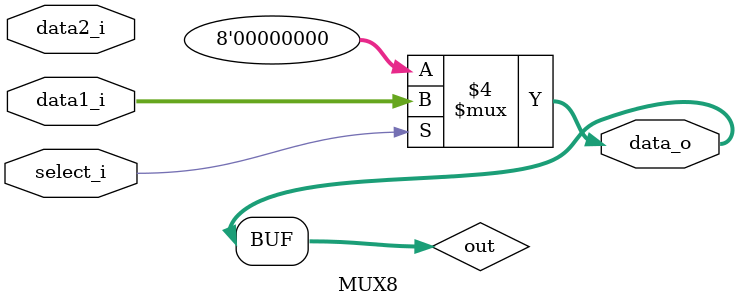
<source format=v>
module MUX8
(
  data1_i,
  data2_i,
	select_i,
	data_o
);

input [7:0] data1_i;
input [31:0] data2_i;//no use
input       select_i;
output [7:0] data_o;
reg [7:0] out;

assign data_o = out[7:0];
always@(*) begin
  if(!select_i)
		begin
		  out = 8'd0;
		end
	else
	  begin
		  out = data1_i;
		end
end

endmodule
		   

</source>
